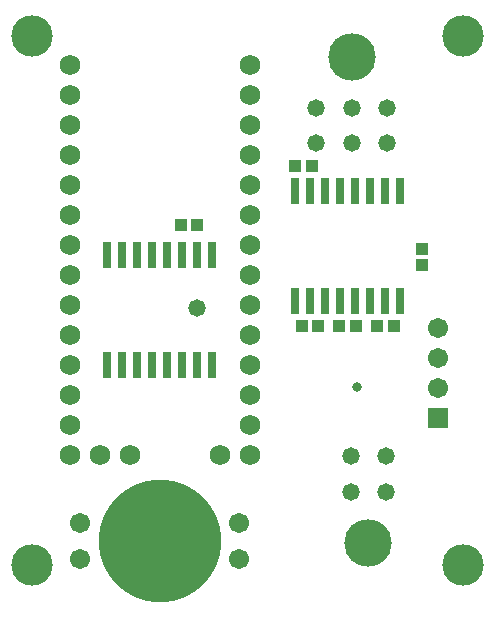
<source format=gts>
G04*
G04 #@! TF.GenerationSoftware,Altium Limited,CircuitStudio,1.5.2 (30)*
G04*
G04 Layer_Color=20142*
%FSLAX25Y25*%
%MOIN*%
G70*
G01*
G75*
%ADD38R,0.03123X0.08871*%
%ADD39C,0.40957*%
%ADD40R,0.03950X0.04343*%
%ADD41R,0.04343X0.03950*%
%ADD42C,0.13800*%
%ADD43R,0.06706X0.06706*%
%ADD44C,0.06706*%
%ADD45C,0.06800*%
%ADD46C,0.05800*%
%ADD47C,0.15800*%
%ADD48C,0.03300*%
D38*
X298600Y307627D02*
D03*
X293600D02*
D03*
X288600D02*
D03*
X283600D02*
D03*
X278600D02*
D03*
X273600D02*
D03*
X268600D02*
D03*
X263600D02*
D03*
Y270973D02*
D03*
X268600D02*
D03*
X273600D02*
D03*
X278600D02*
D03*
X283600D02*
D03*
X288600D02*
D03*
X293600D02*
D03*
X298600D02*
D03*
X326300Y292173D02*
D03*
X331300D02*
D03*
X336300D02*
D03*
X341300D02*
D03*
X346300D02*
D03*
X351300D02*
D03*
X356300D02*
D03*
X361300D02*
D03*
Y328827D02*
D03*
X356300D02*
D03*
X351300D02*
D03*
X346300D02*
D03*
X341300D02*
D03*
X336300D02*
D03*
X331300D02*
D03*
X326300D02*
D03*
D39*
X281000Y212245D02*
D03*
D40*
X293606Y317545D02*
D03*
X288094D02*
D03*
X326294Y337345D02*
D03*
X331806D02*
D03*
X328444Y283800D02*
D03*
X333956D02*
D03*
X346456Y283800D02*
D03*
X340944D02*
D03*
X353544Y283800D02*
D03*
X359056D02*
D03*
D41*
X368600Y304044D02*
D03*
Y309556D02*
D03*
D42*
X238650Y380644D02*
D03*
X382050D02*
D03*
X238650Y204344D02*
D03*
X382050D02*
D03*
D43*
X373850Y253145D02*
D03*
D44*
Y263144D02*
D03*
Y273145D02*
D03*
Y283144D02*
D03*
X307496Y206260D02*
D03*
X254504D02*
D03*
X307496Y218229D02*
D03*
X254504D02*
D03*
D45*
X251000Y351000D02*
D03*
Y281000D02*
D03*
Y291000D02*
D03*
X301000Y241000D02*
D03*
X271000D02*
D03*
X261000D02*
D03*
X311000D02*
D03*
Y371000D02*
D03*
Y361000D02*
D03*
Y351000D02*
D03*
Y331000D02*
D03*
Y341000D02*
D03*
Y311000D02*
D03*
Y321000D02*
D03*
Y271000D02*
D03*
Y281000D02*
D03*
Y251000D02*
D03*
Y261000D02*
D03*
X251000D02*
D03*
Y251000D02*
D03*
Y271000D02*
D03*
Y301000D02*
D03*
Y321000D02*
D03*
Y311000D02*
D03*
Y341000D02*
D03*
Y331000D02*
D03*
Y361000D02*
D03*
Y371000D02*
D03*
Y241000D02*
D03*
X311000Y301000D02*
D03*
Y291000D02*
D03*
D46*
X333210Y344744D02*
D03*
X345030D02*
D03*
X356850D02*
D03*
Y356544D02*
D03*
X345030D02*
D03*
X333210D02*
D03*
X356570Y228644D02*
D03*
X344750D02*
D03*
Y240444D02*
D03*
X356570D02*
D03*
X293650Y289945D02*
D03*
D47*
X345030Y373545D02*
D03*
X350650Y211645D02*
D03*
D48*
X346900Y263600D02*
D03*
M02*

</source>
